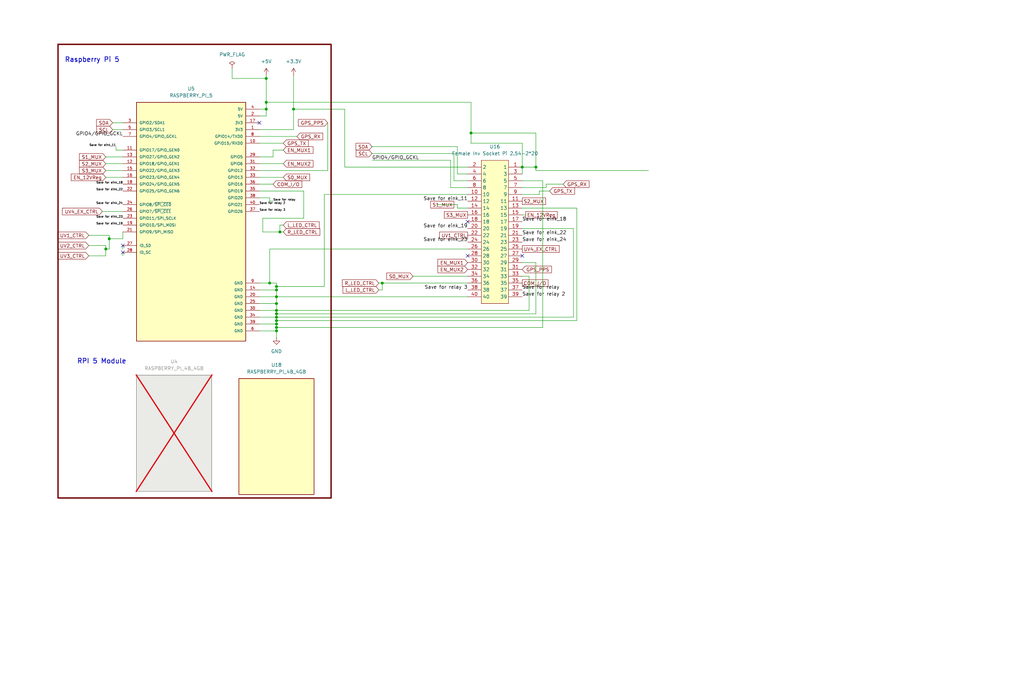
<source format=kicad_sch>
(kicad_sch (version 20250114) (generator "eeschema") (generator_version "9.0")
  (paper "User" 381 254)
  (lib_symbols
    (symbol "RASPBERRY_PI_4B_4GB:RASPBERRY_PI_4B_4GB" (pin_names (offset 1.016))
      (property "Reference" "U1" (at 0 38.1 0))
      (property "Value" "RASPBERRY_PI_5" (at 0 35.56 0))
      (symbol "RASPBERRY_PI_4B_4GB_0_0"
        (rectangle (start -20.32 33.02) (end 20.32 -55.88) (stroke (width 0.254)) (fill (type background)))
        (pin bidirectional line (at -25.4 25.4 0) (length 5.08) (name "GPIO2/SDA1") (number "3"))
        (pin bidirectional line (at -25.4 22.86 0) (length 5.08) (name "GPIO3/SCL1") (number "5"))
        (pin bidirectional line (at -25.4 20.32 0) (length 5.08) (name "GPIO4/GPIO_GCKL") (number "7"))
        (pin bidirectional line (at -25.4 15.24 0) (length 5.08) (name "GPIO17/GPIO_GEN0") (number "11"))
        (pin bidirectional line (at -25.4 12.7 0) (length 5.08) (name "GPIO27/GPIO_GEN2") (number "13"))
        (pin bidirectional line (at -25.4 10.16 0) (length 5.08) (name "GPIO18/GPIO_GEN1") (number "12"))
        (pin bidirectional line (at -25.4 7.62 0) (length 5.08) (name "GPIO22/GPIO_GEN3") (number "15"))
        (pin bidirectional line (at -25.4 5.08 0) (length 5.08) (name "GPIO23/GPIO_GEN4") (number "16"))
        (pin bidirectional line (at -25.4 2.54 0) (length 5.08) (name "GPIO24/GPIO_GEN5") (number "18"))
        (pin bidirectional line (at -25.4 0 0) (length 5.08) (name "GPIO25/GPIO_GEN6") (number "22"))
        (pin bidirectional line (at -25.4 -5.08 0) (length 5.08) (name "GPIO8/~{SPI_CE0}") (number "24"))
        (pin bidirectional line (at -25.4 -7.62 0) (length 5.08) (name "GPIO7/~{SPI_CE1}") (number "26"))
        (pin bidirectional line (at -25.4 -10.16 0) (length 5.08) (name "GPIO11/SPI_SCLK") (number "23"))
        (pin bidirectional line (at -25.4 -12.7 0) (length 5.08) (name "GPIO10/SPI_MOSI") (number "19"))
        (pin bidirectional line (at -25.4 -15.24 0) (length 5.08) (name "GPIO9/SPI_MISO") (number "21"))
        (pin bidirectional line (at -25.4 -20.32 0) (length 5.08) (name "ID_SD") (number "27"))
        (pin bidirectional line (at -25.4 -22.86 0) (length 5.08) (name "ID_SC") (number "28"))
        (pin power_in line (at 25.4 30.48 180) (length 5.08) (name "5V") (number "4"))
        (pin power_in line (at 25.4 27.94 180) (length 5.08) (name "5V") (number "2"))
        (pin power_in line (at 25.4 25.4 180) (length 5.08) (name "3V3") (number "17"))
        (pin power_in line (at 25.4 22.86 180) (length 5.08) (name "3V3") (number "1"))
        (pin bidirectional line (at 25.4 20.32 180) (length 5.08) (name "GPIO14/TXD0") (number "8"))
        (pin bidirectional line (at 25.4 17.78 180) (length 5.08) (name "GPIO15/RXD0") (number "10"))
        (pin bidirectional line (at 25.4 12.7 180) (length 5.08) (name "GPIO5") (number "29"))
        (pin bidirectional line (at 25.4 10.16 180) (length 5.08) (name "GPIO6") (number "31"))
        (pin bidirectional line (at 25.4 7.62 180) (length 5.08) (name "GPIO12") (number "32"))
        (pin bidirectional line (at 25.4 5.08 180) (length 5.08) (name "GPIO13") (number "33"))
        (pin bidirectional line (at 25.4 2.54 180) (length 5.08) (name "GPIO16") (number "36"))
        (pin bidirectional line (at 25.4 0 180) (length 5.08) (name "GPIO19") (number "35"))
        (pin bidirectional line (at 25.4 -2.54 180) (length 5.08) (name "GPIO20") (number "38"))
        (pin bidirectional line (at 25.4 -5.08 180) (length 5.08) (name "GPIO21") (number "40"))
        (pin bidirectional line (at 25.4 -7.62 180) (length 5.08) (name "GPIO26") (number "37"))
        (pin power_in line (at 25.4 -34.29 180) (length 5.08) (name "GND") (number "9"))
        (pin power_in line (at 25.4 -36.83 180) (length 5.08) (name "GND") (number "14"))
        (pin power_in line (at 25.4 -39.37 180) (length 5.08) (name "GND") (number "20"))
        (pin power_in line (at 25.4 -41.91 180) (length 5.08) (name "GND") (number "25"))
        (pin power_in line (at 25.4 -44.45 180) (length 5.08) (name "GND") (number "30"))
        (pin power_in line (at 25.4 -46.99 180) (length 5.08) (name "GND") (number "34"))
        (pin power_in line (at 25.4 -49.53 180) (length 5.08) (name "GND") (number "39"))
        (pin power_in line (at 25.4 -52.07 180) (length 5.08) (name "GND") (number "6"))
      )
    )
    (symbol "RASPBERRY_PI_4B_4GB_1" (pin_names (offset 1.016))
      (property "Reference" "U4" (at 0 38.1 0))
      (property "Value" "RASPBERRY_PI_4B_4GB" (at 0 35.56 0))
      (symbol "RASPBERRY_PI_4B_4GB_1_0_0"
        (rectangle (start -13.97 33.02) (end 13.97 -10.16) (stroke (width 0.254)) (fill (type background)))
      )
    )
    (symbol "easyeda2kicad:2.54-2*20"
      (property "Reference" "U" (at 0 30.48 0))
      (property "Value" "2.54-2*20" (at 0 -27.94 0))
      (symbol "2.54-2*20_0_1"
        (rectangle (start -5.08 27.94) (end 5.08 -25.4) (fill (type background)))
        (pin unspecified line (at -10.16 25.4 0) (length 5.08) (name "1") (number "1"))
        (pin unspecified line (at -10.16 22.86 0) (length 5.08) (name "3") (number "3"))
        (pin unspecified line (at -10.16 20.32 0) (length 5.08) (name "5") (number "5"))
        (pin unspecified line (at -10.16 17.78 0) (length 5.08) (name "7") (number "7"))
        (pin unspecified line (at -10.16 15.24 0) (length 5.08) (name "9") (number "9"))
        (pin unspecified line (at -10.16 12.7 0) (length 5.08) (name "11") (number "11"))
        (pin unspecified line (at -10.16 10.16 0) (length 5.08) (name "13") (number "13"))
        (pin unspecified line (at -10.16 7.62 0) (length 5.08) (name "15") (number "15"))
        (pin unspecified line (at -10.16 5.08 0) (length 5.08) (name "17") (number "17"))
        (pin unspecified line (at -10.16 2.54 0) (length 5.08) (name "19") (number "19"))
        (pin unspecified line (at -10.16 0 0) (length 5.08) (name "21") (number "21"))
        (pin unspecified line (at -10.16 -2.54 0) (length 5.08) (name "23") (number "23"))
        (pin unspecified line (at -10.16 -5.08 0) (length 5.08) (name "25") (number "25"))
        (pin unspecified line (at -10.16 -7.62 0) (length 5.08) (name "27") (number "27"))
        (pin unspecified line (at -10.16 -10.16 0) (length 5.08) (name "29") (number "29"))
        (pin unspecified line (at -10.16 -12.7 0) (length 5.08) (name "31") (number "31"))
        (pin unspecified line (at -10.16 -15.24 0) (length 5.08) (name "33") (number "33"))
        (pin unspecified line (at -10.16 -17.78 0) (length 5.08) (name "35") (number "35"))
        (pin unspecified line (at -10.16 -20.32 0) (length 5.08) (name "37") (number "37"))
        (pin unspecified line (at -10.16 -22.86 0) (length 5.08) (name "39") (number "39"))
        (pin unspecified line (at 10.16 25.4 180) (length 5.08) (name "2") (number "2"))
        (pin unspecified line (at 10.16 22.86 180) (length 5.08) (name "4") (number "4"))
        (pin unspecified line (at 10.16 20.32 180) (length 5.08) (name "6") (number "6"))
        (pin unspecified line (at 10.16 17.78 180) (length 5.08) (name "8") (number "8"))
        (pin unspecified line (at 10.16 15.24 180) (length 5.08) (name "10") (number "10"))
        (pin unspecified line (at 10.16 12.7 180) (length 5.08) (name "12") (number "12"))
        (pin unspecified line (at 10.16 10.16 180) (length 5.08) (name "14") (number "14"))
        (pin unspecified line (at 10.16 7.62 180) (length 5.08) (name "16") (number "16"))
        (pin unspecified line (at 10.16 5.08 180) (length 5.08) (name "18") (number "18"))
        (pin unspecified line (at 10.16 2.54 180) (length 5.08) (name "20") (number "20"))
        (pin unspecified line (at 10.16 0 180) (length 5.08) (name "22") (number "22"))
        (pin unspecified line (at 10.16 -2.54 180) (length 5.08) (name "24") (number "24"))
        (pin unspecified line (at 10.16 -5.08 180) (length 5.08) (name "26") (number "26"))
        (pin unspecified line (at 10.16 -7.62 180) (length 5.08) (name "28") (number "28"))
        (pin unspecified line (at 10.16 -10.16 180) (length 5.08) (name "30") (number "30"))
        (pin unspecified line (at 10.16 -12.7 180) (length 5.08) (name "32") (number "32"))
        (pin unspecified line (at 10.16 -15.24 180) (length 5.08) (name "34") (number "34"))
        (pin unspecified line (at 10.16 -17.78 180) (length 5.08) (name "36") (number "36"))
        (pin unspecified line (at 10.16 -20.32 180) (length 5.08) (name "38") (number "38"))
        (pin unspecified line (at 10.16 -22.86 180) (length 5.08) (name "40") (number "40"))
      )
    )
    (symbol "power:+3.3V" (power) (pin_numbers (hide yes)) (pin_names (offset 0) (hide yes))
      (property "Value" "+3.3V" (at 0 3.556 0))
      (symbol "+3.3V_0_1"
        (polyline (pts (xy -0.762 1.27) (xy 0 2.54)))
        (polyline (pts (xy 0 2.54) (xy 0.762 1.27)))
        (polyline (pts (xy 0 0) (xy 0 2.54)))
      )
      (symbol "+3.3V_1_1"
        (pin power_in line (at 0 0 90) (length 0) (name "~") (number "1"))
      )
    )
    (symbol "power:+5V" (power) (pin_numbers (hide yes)) (pin_names (offset 0) (hide yes))
      (property "Value" "+5V" (at 0 3.556 0))
      (symbol "+5V_0_1"
        (polyline (pts (xy -0.762 1.27) (xy 0 2.54)))
        (polyline (pts (xy 0 2.54) (xy 0.762 1.27)))
        (polyline (pts (xy 0 0) (xy 0 2.54)))
      )
      (symbol "+5V_1_1"
        (pin power_in line (at 0 0 90) (length 0) (name "~") (number "1"))
      )
    )
    (symbol "power:GND" (power) (pin_numbers (hide yes)) (pin_names (offset 0) (hide yes))
      (property "Value" "GND" (at 0 -3.81 0))
      (symbol "GND_0_1"
        (polyline (pts (xy 0 0) (xy 0 -1.27) (xy 1.27 -1.27) (xy 0 -2.54) (xy -1.27 -1.27) (xy 0 -1.27)))
      )
      (symbol "GND_1_1"
        (pin power_in line (at 0 0 270) (length 0) (name "~") (number "1"))
      )
    )
    (symbol "power:PWR_FLAG" (power) (pin_numbers (hide yes)) (pin_names (offset 0) (hide yes))
      (property "Value" "PWR_FLAG" (at 0 3.81 0))
      (symbol "PWR_FLAG_0_0"
        (pin power_out line (at 0 0 90) (length 0) (name "~") (number "1"))
      )
      (symbol "PWR_FLAG_0_1"
        (polyline (pts (xy 0 0) (xy 0 1.27) (xy -1.016 1.905) (xy 0 2.54) (xy 1.016 1.905) (xy 0 1.27)))
      )
    )
  )
  (rectangle (start 21.59 16.51) (end 123.19 185.42) (stroke (width 0.508) (color 110 0 0 1)))
  (text "RPI 5 Module\n" (at 37.846 134.62 0) (effects (font (size 1.778 1.778) (thickness 0.254) (bold yes))))
  (text "Raspberry Pi 5" (at 34.29 22.352 0) (effects (font (size 1.778 1.778) (thickness 0.254) (bold yes))))
  (junction (at 102.87 113.03))
  (junction (at 104.14 86.36))
  (junction (at 142.24 105.41))
  (junction (at 102.87 106.68))
  (junction (at 100.33 105.41))
  (junction (at 99.06 38.1))
  (junction (at 102.87 120.65))
  (junction (at 102.87 116.84))
  (junction (at 102.87 110.49))
  (junction (at 102.87 119.38))
  (junction (at 102.87 115.57))
  (junction (at 175.26 49.53))
  (junction (at 99.06 29.21))
  (junction (at 99.06 40.64))
  (junction (at 102.87 107.95))
  (junction (at 102.87 123.19))
  (junction (at 199.39 62.23))
  (junction (at 194.31 62.23))
  (junction (at 102.87 121.92))
  (junction (at 39.37 92.71))
  (junction (at 102.87 118.11))
  (junction (at 40.64 88.9))
  (junction (at 109.22 40.64))
  (no_connect (at 45.72 93.98))
  (no_connect (at 96.52 45.72))
  (no_connect (at 173.99 82.55))
  (no_connect (at 45.72 91.44))
  (no_connect (at 194.31 95.25))
  (no_connect (at 173.99 95.25))
  (wire (pts (xy 201.93 121.92) (xy 102.87 121.92)))
  (wire (pts (xy 153.67 102.87) (xy 173.99 102.87)))
  (wire (pts (xy 43.18 55.88) (xy 45.72 55.88)))
  (wire (pts (xy 170.18 76.2) (xy 170.18 77.47)))
  (wire (pts (xy 102.87 118.11) (xy 102.87 119.38)))
  (wire (pts (xy 96.52 43.18) (xy 99.06 43.18)))
  (wire (pts (xy 199.39 49.53) (xy 199.39 62.23)))
  (wire (pts (xy 101.6 74.93) (xy 100.33 74.93)))
  (wire (pts (xy 196.85 115.57) (xy 102.87 115.57)))
  (wire (pts (xy 101.6 68.58) (xy 96.52 68.58)))
  (wire (pts (xy 96.52 105.41) (xy 100.33 105.41)))
  (wire (pts (xy 43.18 54.61) (xy 43.18 55.88)))
  (wire (pts (xy 33.02 91.44) (xy 39.37 91.44)))
  (wire (pts (xy 194.31 102.87) (xy 196.85 102.87)))
  (wire (pts (xy 100.33 105.41) (xy 102.87 105.41)))
  (wire (pts (xy 96.52 40.64) (xy 99.06 40.64)))
  (wire (pts (xy 96.52 53.34) (xy 105.41 53.34)))
  (wire (pts (xy 109.22 27.94) (xy 109.22 40.64)))
  (wire (pts (xy 105.41 83.82) (xy 104.14 83.82)))
  (wire (pts (xy 201.93 67.31) (xy 201.93 121.92)))
  (wire (pts (xy 168.91 67.31) (xy 173.99 67.31)))
  (wire (pts (xy 167.64 69.85) (xy 173.99 69.85)))
  (wire (pts (xy 38.1 78.74) (xy 45.72 78.74)))
  (wire (pts (xy 40.64 92.71) (xy 40.64 88.9)))
  (wire (pts (xy 96.52 113.03) (xy 102.87 113.03)))
  (wire (pts (xy 102.87 120.65) (xy 102.87 121.92)))
  (wire (pts (xy 170.18 64.77) (xy 173.99 64.77)))
  (wire (pts (xy 213.36 118.11) (xy 102.87 118.11)))
  (wire (pts (xy 86.36 25.4) (xy 86.36 29.21)))
  (wire (pts (xy 99.06 43.18) (xy 99.06 40.64)))
  (wire (pts (xy 162.56 76.2) (xy 170.18 76.2)))
  (wire (pts (xy 104.14 86.36) (xy 105.41 86.36)))
  (wire (pts (xy 45.72 88.9) (xy 45.72 86.36)))
  (wire (pts (xy 39.37 95.25) (xy 39.37 92.71)))
  (wire (pts (xy 195.58 80.01) (xy 194.31 80.01)))
  (wire (pts (xy 168.91 57.15) (xy 138.43 57.15)))
  (wire (pts (xy 102.87 105.41) (xy 102.87 106.68)))
  (wire (pts (xy 214.63 77.47) (xy 214.63 119.38)))
  (wire (pts (xy 196.85 102.87) (xy 196.85 115.57)))
  (wire (pts (xy 102.87 123.19) (xy 102.87 125.73)))
  (wire (pts (xy 40.64 87.63) (xy 40.64 88.9)))
  (wire (pts (xy 200.66 72.39) (xy 200.66 71.12)))
  (wire (pts (xy 194.31 53.34) (xy 175.26 53.34)))
  (wire (pts (xy 97.79 86.36) (xy 97.79 81.28)))
  (wire (pts (xy 170.18 54.61) (xy 138.43 54.61)))
  (wire (pts (xy 120.65 106.68) (xy 102.87 106.68)))
  (wire (pts (xy 104.14 83.82) (xy 104.14 86.36)))
  (wire (pts (xy 142.24 105.41) (xy 173.99 105.41)))
  (wire (pts (xy 41.91 45.72) (xy 45.72 45.72)))
  (wire (pts (xy 194.31 72.39) (xy 200.66 72.39)))
  (wire (pts (xy 102.87 110.49) (xy 173.99 110.49)))
  (wire (pts (xy 109.22 40.64) (xy 109.22 48.26)))
  (wire (pts (xy 96.52 71.12) (xy 113.03 71.12)))
  (wire (pts (xy 142.24 107.95) (xy 142.24 105.41)))
  (wire (pts (xy 175.26 49.53) (xy 175.26 53.34)))
  (wire (pts (xy 96.52 60.96) (xy 105.41 60.96)))
  (wire (pts (xy 142.24 105.41) (xy 140.97 105.41)))
  (wire (pts (xy 100.33 92.71) (xy 100.33 105.41)))
  (wire (pts (xy 241.3 63.5) (xy 199.39 63.5)))
  (wire (pts (xy 39.37 66.04) (xy 45.72 66.04)))
  (wire (pts (xy 109.22 40.64) (xy 128.27 40.64)))
  (wire (pts (xy 97.79 81.28) (xy 113.03 81.28)))
  (wire (pts (xy 101.6 55.88) (xy 105.41 55.88)))
  (wire (pts (xy 199.39 97.79) (xy 199.39 116.84)))
  (wire (pts (xy 194.31 67.31) (xy 201.93 67.31)))
  (wire (pts (xy 100.33 73.66) (xy 96.52 73.66)))
  (wire (pts (xy 173.99 62.23) (xy 128.27 62.23)))
  (wire (pts (xy 199.39 62.23) (xy 194.31 62.23)))
  (wire (pts (xy 120.65 72.39) (xy 120.65 106.68)))
  (wire (pts (xy 194.31 97.79) (xy 199.39 97.79)))
  (wire (pts (xy 39.37 60.96) (xy 45.72 60.96)))
  (wire (pts (xy 96.52 110.49) (xy 102.87 110.49)))
  (wire (pts (xy 113.03 81.28) (xy 113.03 71.12)))
  (wire (pts (xy 96.52 50.8) (xy 110.49 50.8)))
  (wire (pts (xy 214.63 119.38) (xy 102.87 119.38)))
  (wire (pts (xy 96.52 115.57) (xy 102.87 115.57)))
  (wire (pts (xy 102.87 113.03) (xy 102.87 115.57)))
  (wire (pts (xy 96.52 118.11) (xy 102.87 118.11)))
  (wire (pts (xy 45.72 95.25) (xy 45.72 93.98)))
  (wire (pts (xy 194.31 85.09) (xy 213.36 85.09)))
  (wire (pts (xy 86.36 29.21) (xy 99.06 29.21)))
  (wire (pts (xy 102.87 106.68) (xy 102.87 107.95)))
  (wire (pts (xy 102.87 115.57) (xy 102.87 116.84)))
  (wire (pts (xy 39.37 63.5) (xy 45.72 63.5)))
  (wire (pts (xy 102.87 116.84) (xy 102.87 118.11)))
  (wire (pts (xy 199.39 49.53) (xy 175.26 49.53)))
  (wire (pts (xy 203.2 69.85) (xy 203.2 68.58)))
  (wire (pts (xy 96.52 66.04) (xy 105.41 66.04)))
  (wire (pts (xy 203.2 68.58) (xy 209.55 68.58)))
  (wire (pts (xy 173.99 72.39) (xy 120.65 72.39)))
  (wire (pts (xy 121.92 45.72) (xy 121.92 63.5)))
  (wire (pts (xy 167.64 59.69) (xy 138.43 59.69)))
  (wire (pts (xy 194.31 69.85) (xy 203.2 69.85)))
  (wire (pts (xy 102.87 119.38) (xy 102.87 120.65)))
  (wire (pts (xy 194.31 62.23) (xy 194.31 64.77)))
  (wire (pts (xy 40.64 88.9) (xy 45.72 88.9)))
  (wire (pts (xy 102.87 110.49) (xy 102.87 113.03)))
  (wire (pts (xy 102.87 107.95) (xy 102.87 110.49)))
  (wire (pts (xy 173.99 92.71) (xy 100.33 92.71)))
  (wire (pts (xy 99.06 40.64) (xy 99.06 38.1)))
  (wire (pts (xy 200.66 71.12) (xy 204.47 71.12)))
  (wire (pts (xy 140.97 107.95) (xy 142.24 107.95)))
  (wire (pts (xy 170.18 64.77) (xy 170.18 54.61)))
  (wire (pts (xy 45.72 92.71) (xy 45.72 91.44)))
  (wire (pts (xy 100.33 74.93) (xy 100.33 73.66)))
  (wire (pts (xy 109.22 48.26) (xy 96.52 48.26)))
  (wire (pts (xy 33.02 95.25) (xy 39.37 95.25)))
  (wire (pts (xy 39.37 92.71) (xy 40.64 92.71)))
  (wire (pts (xy 39.37 91.44) (xy 39.37 92.71)))
  (wire (pts (xy 96.52 120.65) (xy 102.87 120.65)))
  (wire (pts (xy 213.36 85.09) (xy 213.36 118.11)))
  (wire (pts (xy 101.6 58.42) (xy 96.52 58.42)))
  (wire (pts (xy 194.31 77.47) (xy 214.63 77.47)))
  (wire (pts (xy 102.87 121.92) (xy 102.87 123.19)))
  (wire (pts (xy 199.39 116.84) (xy 102.87 116.84)))
  (wire (pts (xy 128.27 62.23) (xy 128.27 40.64)))
  (wire (pts (xy 33.02 87.63) (xy 40.64 87.63)))
  (wire (pts (xy 175.26 38.1) (xy 99.06 38.1)))
  (wire (pts (xy 99.06 29.21) (xy 99.06 27.94)))
  (wire (pts (xy 101.6 55.88) (xy 101.6 58.42)))
  (wire (pts (xy 167.64 69.85) (xy 167.64 59.69)))
  (wire (pts (xy 168.91 67.31) (xy 168.91 57.15)))
  (wire (pts (xy 96.52 107.95) (xy 102.87 107.95)))
  (wire (pts (xy 41.91 48.26) (xy 45.72 48.26)))
  (wire (pts (xy 194.31 53.34) (xy 194.31 62.23)))
  (wire (pts (xy 99.06 29.21) (xy 99.06 38.1)))
  (wire (pts (xy 96.52 63.5) (xy 121.92 63.5)))
  (wire (pts (xy 170.18 77.47) (xy 173.99 77.47)))
  (wire (pts (xy 175.26 49.53) (xy 175.26 38.1)))
  (wire (pts (xy 39.37 58.42) (xy 45.72 58.42)))
  (wire (pts (xy 96.52 123.19) (xy 102.87 123.19)))
  (wire (pts (xy 199.39 62.23) (xy 199.39 63.5)))
  (wire (pts (xy 97.79 86.36) (xy 104.14 86.36)))
  (label "Save for eink_24" (at 45.72 76.2 180) (effects (font (size 0.762 0.762))))
  (label "Save for relay" (at 194.31 107.95 0))
  (label "GPIO4{slash}GPIO_GCKL" (at 45.72 50.8 180))
  (label "GPIO4{slash}GPIO_GCKL" (at 138.43 59.69 0))
  (label "Save for relay 3" (at 96.52 78.74 0) (effects (font (size 0.762 0.762))))
  (label "Save for eink_11" (at 43.18 54.61 180) (effects (font (size 0.762 0.762))))
  (label "Save for relay 2" (at 96.52 76.2 0) (effects (font (size 0.762 0.762))))
  (label "Save for eink_19" (at 45.72 83.82 180) (effects (font (size 0.762 0.762))))
  (label "Save for eink_24" (at 194.31 90.17 0))
  (label "Save for eink_23" (at 45.72 81.28 180) (effects (font (size 0.762 0.762))))
  (label "Save for eink_19" (at 173.99 85.09 180))
  (label "Save for eink_11" (at 173.99 74.93 180))
  (label "Save for eink_22" (at 45.72 71.12 180) (effects (font (size 0.762 0.762))))
  (label "Save for relay 3" (at 173.99 107.95 180))
  (label "Save for eink_18" (at 194.31 82.55 0))
  (label "Save for relay" (at 101.6 74.93 0) (effects (font (size 0.762 0.762))))
  (label "Save for eink_23" (at 173.99 90.17 180))
  (label "Save for relay 2" (at 194.31 110.49 0))
  (label "Save for eink_22" (at 194.31 87.63 0))
  (label "Save for eink_18" (at 45.72 68.58 180) (effects (font (size 0.762 0.762))))
  (global_label "EN_12VReg" (shape passive) (at 195.58 80.01 0) (property "Intersheetrefs" "${INTERSHEET_REFS}" (effects (hide yes))))
  (global_label "S1_MUX" (shape input) (at 39.37 58.42 180) (property "Intersheetrefs" "${INTERSHEET_REFS}" (effects (hide yes))))
  (global_label "EN_MUX1" (shape input) (at 173.99 97.79 180) (property "Intersheetrefs" "${INTERSHEET_REFS}" (effects (hide yes))))
  (global_label "S0_MUX" (shape input) (at 105.41 66.04 0) (property "Intersheetrefs" "${INTERSHEET_REFS}" (effects (hide yes))))
  (global_label "S0_MUX" (shape input) (at 153.67 102.87 180) (property "Intersheetrefs" "${INTERSHEET_REFS}" (effects (hide yes))))
  (global_label "EN_MUX2" (shape input) (at 173.99 100.33 180) (property "Intersheetrefs" "${INTERSHEET_REFS}" (effects (hide yes))))
  (global_label "UV4_EX_CTRL" (shape passive) (at 194.31 92.71 0) (property "Intersheetrefs" "${INTERSHEET_REFS}" (effects (hide yes))))
  (global_label "S2_MUX" (shape input) (at 39.37 60.96 180) (property "Intersheetrefs" "${INTERSHEET_REFS}" (effects (hide yes))))
  (global_label "EN_MUX2" (shape input) (at 105.41 60.96 0) (property "Intersheetrefs" "${INTERSHEET_REFS}" (effects (hide yes))))
  (global_label "EN_12VReg" (shape input) (at 39.37 66.04 180) (property "Intersheetrefs" "${INTERSHEET_REFS}" (effects (hide yes))))
  (global_label "GPS_PPS" (shape input) (at 194.31 100.33 0) (property "Intersheetrefs" "${INTERSHEET_REFS}" (effects (hide yes))))
  (global_label "UV1_CTRL" (shape input) (at 33.02 87.63 180) (property "Intersheetrefs" "${INTERSHEET_REFS}" (effects (hide yes))))
  (global_label "GPS_RX" (shape input) (at 209.55 68.58 0) (property "Intersheetrefs" "${INTERSHEET_REFS}" (effects (hide yes))))
  (global_label "SDA" (shape input) (at 138.43 54.61 180) (property "Intersheetrefs" "${INTERSHEET_REFS}" (effects (hide yes))))
  (global_label "S1_MUX" (shape passive) (at 168.91 76.2 180) (property "Intersheetrefs" "${INTERSHEET_REFS}" (effects (hide yes))))
  (global_label "GPS_TX" (shape input) (at 204.47 71.12 0) (property "Intersheetrefs" "${INTERSHEET_REFS}" (effects (hide yes))))
  (global_label "R_LED_CTRL" (shape input) (at 105.41 86.36 0) (property "Intersheetrefs" "${INTERSHEET_REFS}" (effects (hide yes))))
  (global_label "SCL" (shape input) (at 138.43 57.15 180) (property "Intersheetrefs" "${INTERSHEET_REFS}" (effects (hide yes))))
  (global_label "UV4_EX_CTRL" (shape input) (at 38.1 78.74 180) (property "Intersheetrefs" "${INTERSHEET_REFS}" (effects (hide yes))))
  (global_label "COM_I{slash}O" (shape passive) (at 194.31 105.41 0) (property "Intersheetrefs" "${INTERSHEET_REFS}" (effects (hide yes))))
  (global_label "R_LED_CTRL" (shape input) (at 140.97 105.41 180) (property "Intersheetrefs" "${INTERSHEET_REFS}" (effects (hide yes))))
  (global_label "UV3_CTRL" (shape input) (at 33.02 95.25 180) (property "Intersheetrefs" "${INTERSHEET_REFS}" (effects (hide yes))))
  (global_label "L_LED_CTRL" (shape input) (at 140.97 107.95 180) (property "Intersheetrefs" "${INTERSHEET_REFS}" (effects (hide yes))))
  (global_label "GPS_RX" (shape input) (at 110.49 50.8 0) (property "Intersheetrefs" "${INTERSHEET_REFS}" (effects (hide yes))))
  (global_label "L_LED_CTRL" (shape input) (at 105.41 83.82 0) (property "Intersheetrefs" "${INTERSHEET_REFS}" (effects (hide yes))))
  (global_label "GPS_PPS" (shape input) (at 121.92 45.72 180) (property "Intersheetrefs" "${INTERSHEET_REFS}" (effects (hide yes))))
  (global_label "COM_I{slash}O" (shape input) (at 101.6 68.58 0) (property "Intersheetrefs" "${INTERSHEET_REFS}" (effects (hide yes))))
  (global_label "S3_MUX" (shape input) (at 39.37 63.5 180) (property "Intersheetrefs" "${INTERSHEET_REFS}" (effects (hide yes))))
  (global_label "S3_MUX" (shape passive) (at 173.99 80.01 180) (property "Intersheetrefs" "${INTERSHEET_REFS}" (effects (hide yes))))
  (global_label "S2_MUX" (shape passive) (at 194.31 74.93 0) (property "Intersheetrefs" "${INTERSHEET_REFS}" (effects (hide yes))))
  (global_label "UV2_CTRL" (shape input) (at 33.02 91.44 180) (property "Intersheetrefs" "${INTERSHEET_REFS}" (effects (hide yes))))
  (global_label "SDA" (shape input) (at 41.91 45.72 180) (property "Intersheetrefs" "${INTERSHEET_REFS}" (effects (hide yes))))
  (global_label "EN_MUX1" (shape input) (at 105.41 55.88 0) (property "Intersheetrefs" "${INTERSHEET_REFS}" (effects (hide yes))))
  (global_label "GPS_TX" (shape input) (at 105.41 53.34 0) (property "Intersheetrefs" "${INTERSHEET_REFS}" (effects (hide yes))))
  (global_label "UV1_CTRL" (shape passive) (at 173.99 87.63 180) (property "Intersheetrefs" "${INTERSHEET_REFS}" (effects (hide yes))))
  (global_label "SCL" (shape input) (at 41.91 48.26 180) (property "Intersheetrefs" "${INTERSHEET_REFS}" (effects (hide yes))))
  (symbol (lib_name "RASPBERRY_PI_4B_4GB_1") (lib_id "RASPBERRY_PI_4B_4GB:RASPBERRY_PI_4B_4GB") (at 102.87 173.99 0) (unit 1) (in_bom no)
    (property "Reference" "U18" (at 102.87 135.89 0))
    (property "Value" "RASPBERRY_PI_4B_4GB" (at 102.87 138.43 0))
    (property "Footprint" "RASPBERRY_PI_4B_4GB:MODULE_RASPBERRY_PI_4B_4GB_Sideways" (effects (hide yes)))
    (property "MF" "Raspberry Pi" (effects (hide yes)))
    (property "MAXIMUM_PACKAGE_HEIGHT" "16 mm" (effects (hide yes)))
    (property "Package" "None" (effects (hide yes)))
    (property "Price" "None" (effects (hide yes)))
    (property "Check_prices" "https://www.snapeda.com/parts/RASPBERRY%20PI%204B/4GB/Raspberry+Pi/view-part/?ref=eda" (effects (hide yes)))
    (property "STANDARD" "Manufacturer Recommendations" (effects (hide yes)))
    (property "PARTREV" "4" (effects (hide yes)))
    (property "SnapEDA_Link" "https://www.snapeda.com/parts/RASPBERRY%20PI%204B/4GB/Raspberry+Pi/view-part/?ref=snap" (effects (hide yes)))
    (property "MP" "RASPBERRY PI 4B/4GB" (effects (hide yes)))
    (property "Description_1" "BCM2711 Raspberry Pi 4 Model B 4GB - ARM® Cortex®-A72 MPU Embedded Evaluation Board" (effects (hide yes)))
    (property "Digikey Part No" "SC1113" (effects (hide yes)))
    (property "Availability" "Not in stock" (effects (hide yes)))
    (property "SNAPEDA_PN" "RASPBERRY PI 4B/4GB" (effects (hide yes)))
  )
  (symbol (lib_id "power:PWR_FLAG") (at 86.36 25.4 0) (unit 1)
    (property "Reference" "#FLG04" (effects (hide yes)))
    (property "Value" "PWR_FLAG" (at 86.36 20.32 0))
    (property "Description" "Special symbol for telling ERC where power comes from" (effects (hide yes)))
  )
  (symbol (lib_id "power:GND") (at 102.87 125.73 0) (unit 1)
    (property "Reference" "#PWR020" (effects (hide yes)))
    (property "Value" "GND" (at 102.87 130.81 0))
    (property "Description" "Power symbol creates a global label with name \"GND\" , ground" (effects (hide yes)))
  )
  (symbol (lib_id "power:+5V") (at 99.06 27.94 0) (unit 1)
    (property "Reference" "#PWR019" (effects (hide yes)))
    (property "Value" "+5V" (at 99.06 22.86 0))
    (property "Description" "Power symbol creates a global label with name \"+5V\"" (effects (hide yes)))
  )
  (symbol (lib_id "RASPBERRY_PI_4B_4GB:RASPBERRY_PI_4B_4GB") (at 71.12 71.12 0) (unit 1)
    (property "Reference" "U5" (at 71.12 33.02 0))
    (property "Value" "RASPBERRY_PI_5" (at 71.12 35.56 0))
    (property "Footprint" "AQLibrary:EPAPER_PinHeader_2x20_P2.54mm_Vertical" (effects (hide yes)))
    (property "MF" "Raspberry Pi" (effects (hide yes)))
    (property "LCSC Part no " "C5224014" (effects (hide yes)))
  )
  (symbol (lib_id "power:+3.3V") (at 109.22 27.94 0) (unit 1)
    (property "Reference" "#PWR021" (effects (hide yes)))
    (property "Value" "+3.3V" (at 109.22 22.86 0))
    (property "Description" "Power symbol creates a global label with name \"+3.3V\"" (effects (hide yes)))
  )
  (symbol (lib_name "RASPBERRY_PI_4B_4GB_1") (lib_id "RASPBERRY_PI_4B_4GB:RASPBERRY_PI_4B_4GB") (at 64.77 172.72 0) (unit 1) (exclude_from_sim yes) (in_bom no) (on_board no) (dnp yes)
    (property "Reference" "U4" (at 64.77 134.62 0))
    (property "Value" "RASPBERRY_PI_4B_4GB" (at 64.77 137.16 0))
    (property "Footprint" "RASPBERRY_PI_4B_4GB:MODULE_RASPBERRY_PI_4B_4GB" (effects (hide yes)))
    (property "MF" "Raspberry Pi" (effects (hide yes)))
    (property "MAXIMUM_PACKAGE_HEIGHT" "16 mm" (effects (hide yes)))
    (property "Package" "None" (effects (hide yes)))
    (property "Price" "None" (effects (hide yes)))
    (property "Check_prices" "https://www.snapeda.com/parts/RASPBERRY%20PI%204B/4GB/Raspberry+Pi/view-part/?ref=eda" (effects (hide yes)))
    (property "STANDARD" "Manufacturer Recommendations" (effects (hide yes)))
    (property "PARTREV" "4" (effects (hide yes)))
    (property "SnapEDA_Link" "https://www.snapeda.com/parts/RASPBERRY%20PI%204B/4GB/Raspberry+Pi/view-part/?ref=snap" (effects (hide yes)))
    (property "MP" "RASPBERRY PI 4B/4GB" (effects (hide yes)))
    (property "Description_1" "BCM2711 Raspberry Pi 4 Model B 4GB - ARM® Cortex®-A72 MPU Embedded Evaluation Board" (effects (hide yes)))
    (property "Digikey Part No" "SC1113" (effects (hide yes)))
    (property "Availability" "Not in stock" (effects (hide yes)))
    (property "SNAPEDA_PN" "RASPBERRY PI 4B/4GB" (effects (hide yes)))
  )
  (symbol (lib_id "easyeda2kicad:2.54-2*20") (at 184.15 87.63 0) (mirror y) (unit 1)
    (property "Reference" "U16" (at 184.15 54.61 0))
    (property "Value" "Female Inv Socket Pi 2.54-2*20" (at 184.15 57.15 0))
    (property "Footprint" "easyeda2kicad:HDR-TH_40P-P2.54-H-F-R2-C20-W8.5" (effects (hide yes)))
    (property "LCSC Part" "C2977589" (effects (hide yes)))
  )
)
</source>
